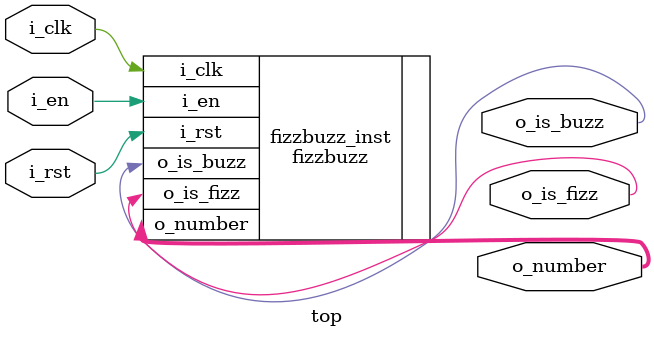
<source format=sv>
`include "assertion.sv"
module top
    #(
        //use /*verilator public*/ on parameter -> parameter values visible to verialted code
        parameter int g_length /*verilator public*/ = 20
    )

    (
        input logic i_clk,    // Clock
        input logic i_rst, // synchronous active high reset
        input logic i_en,  // enable
        output logic o_is_fizz,
        output logic o_is_buzz,
        output logic [$clog2(g_length) -1 : 0] o_number
    );

    fizzbuzz #(.g_length(g_length)) fizzbuzz_inst 
    (
    	.i_clk,
    	.i_rst,
    	.i_en,
    	.o_is_fizz,
    	.o_is_buzz,
    	.o_number
	);

    // Note: Verilator only ssupports bind to a target module name, NOT to an instance path.
	bind fizzbuzz assertion #(.g_length(g_length)) inst
    (
        .start(fizzbuzz_inst.start),
    	.i_clk,
    	.i_rst,
    	.i_en,
    	.o_is_fizz,
    	.o_is_buzz,
    	.o_number
	);
endmodule

</source>
